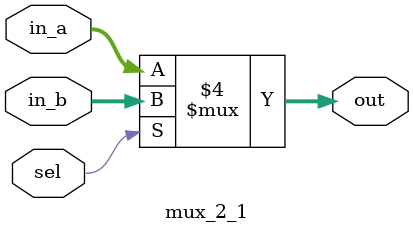
<source format=v>
`timescale 1ns / 1ps

module mux_2_1
(
    input [3:0] in_a, in_b,
    input sel,
    output reg [3:0] out
);

always @(*)
    begin
      //out = 'b0;
      if(sel == 0)
        out = in_a;
      else
        out = in_b;
    end  
  

endmodule
</source>
